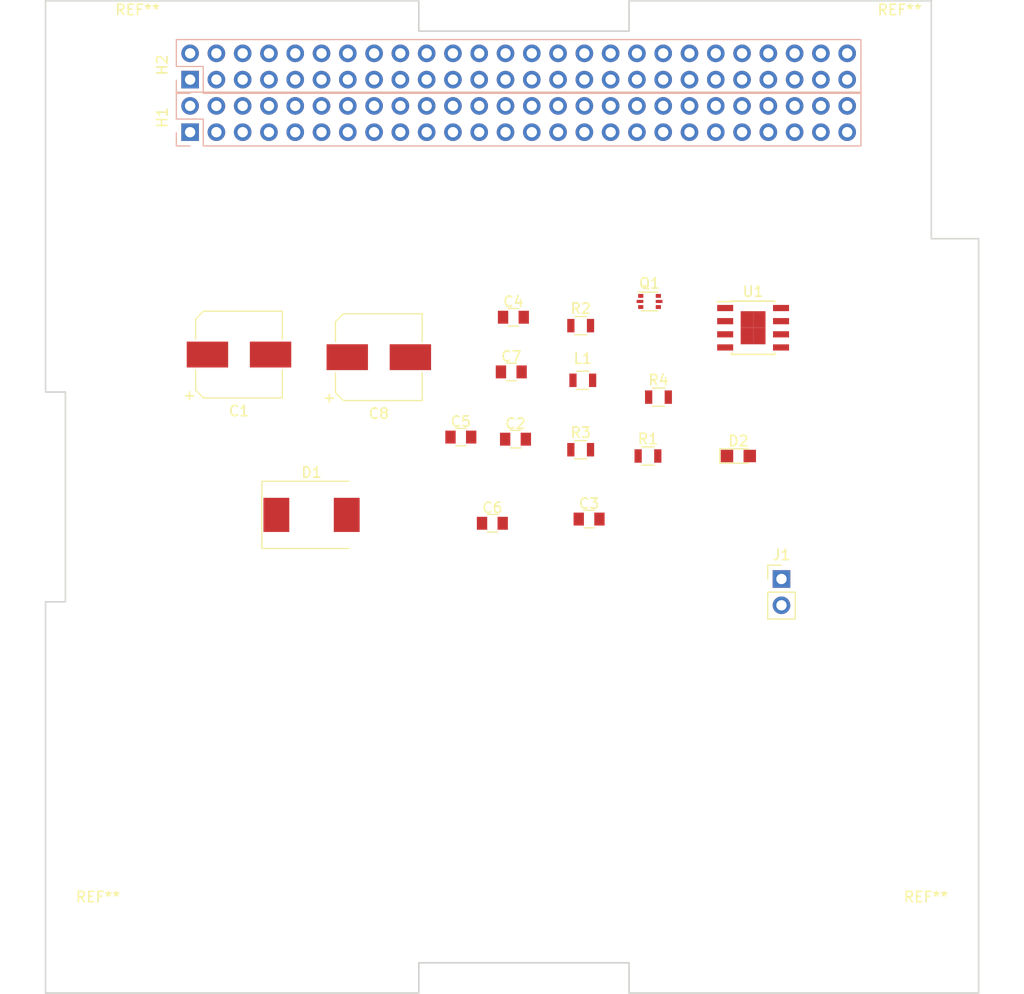
<source format=kicad_pcb>
(kicad_pcb (version 4) (host pcbnew 4.0.5)

  (general
    (links 44)
    (no_connects 44)
    (area 104.064999 47.900266 201.973944 144.225001)
    (thickness 1.6)
    (drawings 18)
    (tracks 0)
    (zones 0)
    (modules 24)
    (nets 104)
  )

  (page A4)
  (layers
    (0 F.Cu signal)
    (31 B.Cu signal)
    (32 B.Adhes user)
    (33 F.Adhes user)
    (34 B.Paste user)
    (35 F.Paste user)
    (36 B.SilkS user)
    (37 F.SilkS user)
    (38 B.Mask user)
    (39 F.Mask user)
    (40 Dwgs.User user)
    (41 Cmts.User user)
    (42 Eco1.User user)
    (43 Eco2.User user)
    (44 Edge.Cuts user)
    (45 Margin user)
    (46 B.CrtYd user)
    (47 F.CrtYd user)
    (48 B.Fab user)
    (49 F.Fab user)
  )

  (setup
    (last_trace_width 0.25)
    (trace_clearance 0.2)
    (zone_clearance 0.508)
    (zone_45_only no)
    (trace_min 0.2)
    (segment_width 0.2)
    (edge_width 0.15)
    (via_size 0.6)
    (via_drill 0.4)
    (via_min_size 0.4)
    (via_min_drill 0.3)
    (uvia_size 0.3)
    (uvia_drill 0.1)
    (uvias_allowed no)
    (uvia_min_size 0.2)
    (uvia_min_drill 0.1)
    (pcb_text_width 0.3)
    (pcb_text_size 1.5 1.5)
    (mod_edge_width 0.15)
    (mod_text_size 1 1)
    (mod_text_width 0.15)
    (pad_size 1.7 1.7)
    (pad_drill 1)
    (pad_to_mask_clearance 0.2)
    (aux_axis_origin 0 0)
    (visible_elements FFFFFF7F)
    (pcbplotparams
      (layerselection 0x00030_80000001)
      (usegerberextensions false)
      (excludeedgelayer true)
      (linewidth 0.100000)
      (plotframeref false)
      (viasonmask false)
      (mode 1)
      (useauxorigin false)
      (hpglpennumber 1)
      (hpglpenspeed 20)
      (hpglpendiameter 15)
      (hpglpenoverlay 2)
      (psnegative false)
      (psa4output false)
      (plotreference true)
      (plotvalue true)
      (plotinvisibletext false)
      (padsonsilk false)
      (subtractmaskfromsilk false)
      (outputformat 1)
      (mirror false)
      (drillshape 1)
      (scaleselection 1)
      (outputdirectory ""))
  )

  (net 0 "")
  (net 1 +5V)
  (net 2 GND)
  (net 3 "Net-(C3-Pad1)")
  (net 4 "Net-(C5-Pad1)")
  (net 5 "Net-(C6-Pad2)")
  (net 6 +8V)
  (net 7 "Net-(D1-Pad2)")
  (net 8 "Net-(D2-Pad2)")
  (net 9 Pri_Deploy)
  (net 10 "Net-(H1-Pad2)")
  (net 11 "Net-(H1-Pad3)")
  (net 12 "Net-(H1-Pad4)")
  (net 13 "Net-(H1-Pad5)")
  (net 14 "Net-(H1-Pad6)")
  (net 15 "Net-(H1-Pad7)")
  (net 16 "Net-(H1-Pad8)")
  (net 17 "Net-(H1-Pad9)")
  (net 18 "Net-(H1-Pad10)")
  (net 19 "Net-(H1-Pad11)")
  (net 20 "Net-(H1-Pad12)")
  (net 21 "Net-(H1-Pad13)")
  (net 22 "Net-(H1-Pad14)")
  (net 23 "Net-(H1-Pad15)")
  (net 24 "Net-(H1-Pad16)")
  (net 25 "Net-(H1-Pad17)")
  (net 26 "Net-(H1-Pad18)")
  (net 27 "Net-(H1-Pad19)")
  (net 28 "Net-(H1-Pad20)")
  (net 29 "Net-(H1-Pad21)")
  (net 30 "Net-(H1-Pad22)")
  (net 31 "Net-(H1-Pad23)")
  (net 32 "Net-(H1-Pad24)")
  (net 33 "Net-(H1-Pad25)")
  (net 34 "Net-(H1-Pad26)")
  (net 35 "Net-(H1-Pad27)")
  (net 36 "Net-(H1-Pad28)")
  (net 37 "Net-(H1-Pad29)")
  (net 38 "Net-(H1-Pad30)")
  (net 39 "Net-(H1-Pad31)")
  (net 40 "Net-(H1-Pad32)")
  (net 41 "Net-(H1-Pad33)")
  (net 42 "Net-(H1-Pad34)")
  (net 43 "Net-(H1-Pad35)")
  (net 44 "Net-(H1-Pad36)")
  (net 45 "Net-(H1-Pad37)")
  (net 46 "Net-(H1-Pad38)")
  (net 47 "Net-(H1-Pad39)")
  (net 48 "Net-(H1-Pad40)")
  (net 49 "Net-(H1-Pad41)")
  (net 50 "Net-(H1-Pad42)")
  (net 51 "Net-(H1-Pad43)")
  (net 52 "Net-(H1-Pad44)")
  (net 53 "Net-(H1-Pad45)")
  (net 54 "Net-(H1-Pad46)")
  (net 55 "Net-(H1-Pad47)")
  (net 56 "Net-(H1-Pad48)")
  (net 57 "Net-(H1-Pad49)")
  (net 58 "Net-(H1-Pad50)")
  (net 59 "Net-(H1-Pad51)")
  (net 60 "Net-(H1-Pad52)")
  (net 61 "Net-(H2-Pad2)")
  (net 62 "Net-(H2-Pad3)")
  (net 63 "Net-(H2-Pad4)")
  (net 64 "Net-(H2-Pad5)")
  (net 65 "Net-(H2-Pad6)")
  (net 66 "Net-(H2-Pad7)")
  (net 67 "Net-(H2-Pad8)")
  (net 68 "Net-(H2-Pad10)")
  (net 69 "Net-(H2-Pad11)")
  (net 70 "Net-(H2-Pad12)")
  (net 71 "Net-(H2-Pad13)")
  (net 72 "Net-(H2-Pad15)")
  (net 73 "Net-(H2-Pad16)")
  (net 74 "Net-(H2-Pad18)")
  (net 75 "Net-(H2-Pad19)")
  (net 76 "Net-(H2-Pad20)")
  (net 77 "Net-(H2-Pad23)")
  (net 78 "Net-(H2-Pad24)")
  (net 79 +3V3)
  (net 80 "Net-(H2-Pad31)")
  (net 81 "Net-(H2-Pad33)")
  (net 82 "Net-(H2-Pad34)")
  (net 83 "Net-(H2-Pad35)")
  (net 84 "Net-(H2-Pad36)")
  (net 85 "Net-(H2-Pad37)")
  (net 86 "Net-(H2-Pad38)")
  (net 87 "Net-(H2-Pad39)")
  (net 88 "Net-(H2-Pad40)")
  (net 89 "Net-(H2-Pad41)")
  (net 90 "Net-(H2-Pad42)")
  (net 91 "Net-(H2-Pad43)")
  (net 92 "Net-(H2-Pad44)")
  (net 93 "Net-(H2-Pad45)")
  (net 94 "Net-(H2-Pad46)")
  (net 95 "Net-(H2-Pad49)")
  (net 96 "Net-(H2-Pad50)")
  (net 97 "Net-(H2-Pad51)")
  (net 98 "Net-(H2-Pad52)")
  (net 99 LineDeploymentDevice)
  (net 100 "Net-(R1-Pad2)")
  (net 101 "Net-(R4-Pad1)")
  (net 102 "Net-(J1-Pad1)")
  (net 103 "Net-(J1-Pad2)")

  (net_class Default "This is the default net class."
    (clearance 0.2)
    (trace_width 0.25)
    (via_dia 0.6)
    (via_drill 0.4)
    (uvia_dia 0.3)
    (uvia_drill 0.1)
    (add_net +3V3)
    (add_net +5V)
    (add_net +8V)
    (add_net GND)
    (add_net LineDeploymentDevice)
    (add_net "Net-(C3-Pad1)")
    (add_net "Net-(C5-Pad1)")
    (add_net "Net-(C6-Pad2)")
    (add_net "Net-(D1-Pad2)")
    (add_net "Net-(D2-Pad2)")
    (add_net "Net-(H1-Pad10)")
    (add_net "Net-(H1-Pad11)")
    (add_net "Net-(H1-Pad12)")
    (add_net "Net-(H1-Pad13)")
    (add_net "Net-(H1-Pad14)")
    (add_net "Net-(H1-Pad15)")
    (add_net "Net-(H1-Pad16)")
    (add_net "Net-(H1-Pad17)")
    (add_net "Net-(H1-Pad18)")
    (add_net "Net-(H1-Pad19)")
    (add_net "Net-(H1-Pad2)")
    (add_net "Net-(H1-Pad20)")
    (add_net "Net-(H1-Pad21)")
    (add_net "Net-(H1-Pad22)")
    (add_net "Net-(H1-Pad23)")
    (add_net "Net-(H1-Pad24)")
    (add_net "Net-(H1-Pad25)")
    (add_net "Net-(H1-Pad26)")
    (add_net "Net-(H1-Pad27)")
    (add_net "Net-(H1-Pad28)")
    (add_net "Net-(H1-Pad29)")
    (add_net "Net-(H1-Pad3)")
    (add_net "Net-(H1-Pad30)")
    (add_net "Net-(H1-Pad31)")
    (add_net "Net-(H1-Pad32)")
    (add_net "Net-(H1-Pad33)")
    (add_net "Net-(H1-Pad34)")
    (add_net "Net-(H1-Pad35)")
    (add_net "Net-(H1-Pad36)")
    (add_net "Net-(H1-Pad37)")
    (add_net "Net-(H1-Pad38)")
    (add_net "Net-(H1-Pad39)")
    (add_net "Net-(H1-Pad4)")
    (add_net "Net-(H1-Pad40)")
    (add_net "Net-(H1-Pad41)")
    (add_net "Net-(H1-Pad42)")
    (add_net "Net-(H1-Pad43)")
    (add_net "Net-(H1-Pad44)")
    (add_net "Net-(H1-Pad45)")
    (add_net "Net-(H1-Pad46)")
    (add_net "Net-(H1-Pad47)")
    (add_net "Net-(H1-Pad48)")
    (add_net "Net-(H1-Pad49)")
    (add_net "Net-(H1-Pad5)")
    (add_net "Net-(H1-Pad50)")
    (add_net "Net-(H1-Pad51)")
    (add_net "Net-(H1-Pad52)")
    (add_net "Net-(H1-Pad6)")
    (add_net "Net-(H1-Pad7)")
    (add_net "Net-(H1-Pad8)")
    (add_net "Net-(H1-Pad9)")
    (add_net "Net-(H2-Pad10)")
    (add_net "Net-(H2-Pad11)")
    (add_net "Net-(H2-Pad12)")
    (add_net "Net-(H2-Pad13)")
    (add_net "Net-(H2-Pad15)")
    (add_net "Net-(H2-Pad16)")
    (add_net "Net-(H2-Pad18)")
    (add_net "Net-(H2-Pad19)")
    (add_net "Net-(H2-Pad2)")
    (add_net "Net-(H2-Pad20)")
    (add_net "Net-(H2-Pad23)")
    (add_net "Net-(H2-Pad24)")
    (add_net "Net-(H2-Pad3)")
    (add_net "Net-(H2-Pad31)")
    (add_net "Net-(H2-Pad33)")
    (add_net "Net-(H2-Pad34)")
    (add_net "Net-(H2-Pad35)")
    (add_net "Net-(H2-Pad36)")
    (add_net "Net-(H2-Pad37)")
    (add_net "Net-(H2-Pad38)")
    (add_net "Net-(H2-Pad39)")
    (add_net "Net-(H2-Pad4)")
    (add_net "Net-(H2-Pad40)")
    (add_net "Net-(H2-Pad41)")
    (add_net "Net-(H2-Pad42)")
    (add_net "Net-(H2-Pad43)")
    (add_net "Net-(H2-Pad44)")
    (add_net "Net-(H2-Pad45)")
    (add_net "Net-(H2-Pad46)")
    (add_net "Net-(H2-Pad49)")
    (add_net "Net-(H2-Pad5)")
    (add_net "Net-(H2-Pad50)")
    (add_net "Net-(H2-Pad51)")
    (add_net "Net-(H2-Pad52)")
    (add_net "Net-(H2-Pad6)")
    (add_net "Net-(H2-Pad7)")
    (add_net "Net-(H2-Pad8)")
    (add_net "Net-(J1-Pad1)")
    (add_net "Net-(J1-Pad2)")
    (add_net "Net-(R1-Pad2)")
    (add_net "Net-(R4-Pad1)")
    (add_net Pri_Deploy)
  )

  (module Capacitors_SMD:CP_Elec_8x10.5 (layer F.Cu) (tedit 58AA8BC3) (tstamp 5B366FA3)
    (at 122.8344 82.4484)
    (descr "SMT capacitor, aluminium electrolytic, 8x10.5")
    (path /5B2D4808)
    (attr smd)
    (fp_text reference C1 (at 0 5.45) (layer F.SilkS)
      (effects (font (size 1 1) (thickness 0.15)))
    )
    (fp_text value 470uF (at 0 -5.45) (layer F.Fab)
      (effects (font (size 1 1) (thickness 0.15)))
    )
    (fp_circle (center 0 0) (end 1.3 3.7) (layer F.Fab) (width 0.1))
    (fp_text user + (at -2.27 -0.08) (layer F.Fab)
      (effects (font (size 1 1) (thickness 0.15)))
    )
    (fp_text user + (at -4.78 3.91) (layer F.SilkS)
      (effects (font (size 1 1) (thickness 0.15)))
    )
    (fp_text user %R (at 0 5.45) (layer F.Fab)
      (effects (font (size 1 1) (thickness 0.15)))
    )
    (fp_line (start 4.04 4.04) (end 4.04 -4.04) (layer F.Fab) (width 0.1))
    (fp_line (start -3.37 4.04) (end 4.04 4.04) (layer F.Fab) (width 0.1))
    (fp_line (start -4.04 3.37) (end -3.37 4.04) (layer F.Fab) (width 0.1))
    (fp_line (start -4.04 -3.37) (end -4.04 3.37) (layer F.Fab) (width 0.1))
    (fp_line (start -3.37 -4.04) (end -4.04 -3.37) (layer F.Fab) (width 0.1))
    (fp_line (start 4.04 -4.04) (end -3.37 -4.04) (layer F.Fab) (width 0.1))
    (fp_line (start -4.19 3.43) (end -4.19 1.51) (layer F.SilkS) (width 0.12))
    (fp_line (start -4.19 -3.43) (end -4.19 -1.51) (layer F.SilkS) (width 0.12))
    (fp_line (start 4.19 4.19) (end 4.19 1.51) (layer F.SilkS) (width 0.12))
    (fp_line (start 4.19 -4.19) (end 4.19 -1.51) (layer F.SilkS) (width 0.12))
    (fp_line (start 4.19 4.19) (end -3.43 4.19) (layer F.SilkS) (width 0.12))
    (fp_line (start -3.43 4.19) (end -4.19 3.43) (layer F.SilkS) (width 0.12))
    (fp_line (start -4.19 -3.43) (end -3.43 -4.19) (layer F.SilkS) (width 0.12))
    (fp_line (start -3.43 -4.19) (end 4.19 -4.19) (layer F.SilkS) (width 0.12))
    (fp_line (start -5.3 -4.29) (end 5.3 -4.29) (layer F.CrtYd) (width 0.05))
    (fp_line (start -5.3 -4.29) (end -5.3 4.29) (layer F.CrtYd) (width 0.05))
    (fp_line (start 5.3 4.29) (end 5.3 -4.29) (layer F.CrtYd) (width 0.05))
    (fp_line (start 5.3 4.29) (end -5.3 4.29) (layer F.CrtYd) (width 0.05))
    (pad 1 smd rect (at -3.05 0 180) (size 4 2.5) (layers F.Cu F.Paste F.Mask)
      (net 1 +5V))
    (pad 2 smd rect (at 3.05 0 180) (size 4 2.5) (layers F.Cu F.Paste F.Mask)
      (net 2 GND))
    (model Capacitors_SMD.3dshapes/CP_Elec_8x10.5.wrl
      (at (xyz 0 0 0))
      (scale (xyz 1 1 1))
      (rotate (xyz 0 0 180))
    )
  )

  (module Capacitors_SMD:C_0805 (layer F.Cu) (tedit 58AA8463) (tstamp 5B366FA9)
    (at 149.5552 90.6272)
    (descr "Capacitor SMD 0805, reflow soldering, AVX (see smccp.pdf)")
    (tags "capacitor 0805")
    (path /5B2D47AB)
    (attr smd)
    (fp_text reference C2 (at 0 -1.5) (layer F.SilkS)
      (effects (font (size 1 1) (thickness 0.15)))
    )
    (fp_text value 10uF (at 0 1.75) (layer F.Fab)
      (effects (font (size 1 1) (thickness 0.15)))
    )
    (fp_text user %R (at 0 -1.5) (layer F.Fab)
      (effects (font (size 1 1) (thickness 0.15)))
    )
    (fp_line (start -1 0.62) (end -1 -0.62) (layer F.Fab) (width 0.1))
    (fp_line (start 1 0.62) (end -1 0.62) (layer F.Fab) (width 0.1))
    (fp_line (start 1 -0.62) (end 1 0.62) (layer F.Fab) (width 0.1))
    (fp_line (start -1 -0.62) (end 1 -0.62) (layer F.Fab) (width 0.1))
    (fp_line (start 0.5 -0.85) (end -0.5 -0.85) (layer F.SilkS) (width 0.12))
    (fp_line (start -0.5 0.85) (end 0.5 0.85) (layer F.SilkS) (width 0.12))
    (fp_line (start -1.75 -0.88) (end 1.75 -0.88) (layer F.CrtYd) (width 0.05))
    (fp_line (start -1.75 -0.88) (end -1.75 0.87) (layer F.CrtYd) (width 0.05))
    (fp_line (start 1.75 0.87) (end 1.75 -0.88) (layer F.CrtYd) (width 0.05))
    (fp_line (start 1.75 0.87) (end -1.75 0.87) (layer F.CrtYd) (width 0.05))
    (pad 1 smd rect (at -1 0) (size 1 1.25) (layers F.Cu F.Paste F.Mask)
      (net 1 +5V))
    (pad 2 smd rect (at 1 0) (size 1 1.25) (layers F.Cu F.Paste F.Mask)
      (net 2 GND))
    (model Capacitors_SMD.3dshapes/C_0805.wrl
      (at (xyz 0 0 0))
      (scale (xyz 1 1 1))
      (rotate (xyz 0 0 0))
    )
  )

  (module Capacitors_SMD:C_0805 (layer F.Cu) (tedit 58AA8463) (tstamp 5B366FAF)
    (at 156.6672 98.3488)
    (descr "Capacitor SMD 0805, reflow soldering, AVX (see smccp.pdf)")
    (tags "capacitor 0805")
    (path /5B2D45D4)
    (attr smd)
    (fp_text reference C3 (at 0 -1.5) (layer F.SilkS)
      (effects (font (size 1 1) (thickness 0.15)))
    )
    (fp_text value 2.2nF (at 0 1.75) (layer F.Fab)
      (effects (font (size 1 1) (thickness 0.15)))
    )
    (fp_text user %R (at 0 -1.5) (layer F.Fab)
      (effects (font (size 1 1) (thickness 0.15)))
    )
    (fp_line (start -1 0.62) (end -1 -0.62) (layer F.Fab) (width 0.1))
    (fp_line (start 1 0.62) (end -1 0.62) (layer F.Fab) (width 0.1))
    (fp_line (start 1 -0.62) (end 1 0.62) (layer F.Fab) (width 0.1))
    (fp_line (start -1 -0.62) (end 1 -0.62) (layer F.Fab) (width 0.1))
    (fp_line (start 0.5 -0.85) (end -0.5 -0.85) (layer F.SilkS) (width 0.12))
    (fp_line (start -0.5 0.85) (end 0.5 0.85) (layer F.SilkS) (width 0.12))
    (fp_line (start -1.75 -0.88) (end 1.75 -0.88) (layer F.CrtYd) (width 0.05))
    (fp_line (start -1.75 -0.88) (end -1.75 0.87) (layer F.CrtYd) (width 0.05))
    (fp_line (start 1.75 0.87) (end 1.75 -0.88) (layer F.CrtYd) (width 0.05))
    (fp_line (start 1.75 0.87) (end -1.75 0.87) (layer F.CrtYd) (width 0.05))
    (pad 1 smd rect (at -1 0) (size 1 1.25) (layers F.Cu F.Paste F.Mask)
      (net 3 "Net-(C3-Pad1)"))
    (pad 2 smd rect (at 1 0) (size 1 1.25) (layers F.Cu F.Paste F.Mask)
      (net 2 GND))
    (model Capacitors_SMD.3dshapes/C_0805.wrl
      (at (xyz 0 0 0))
      (scale (xyz 1 1 1))
      (rotate (xyz 0 0 0))
    )
  )

  (module Capacitors_SMD:C_0805 (layer F.Cu) (tedit 58AA8463) (tstamp 5B366FB5)
    (at 149.352 78.8416)
    (descr "Capacitor SMD 0805, reflow soldering, AVX (see smccp.pdf)")
    (tags "capacitor 0805")
    (path /5B2D447E)
    (attr smd)
    (fp_text reference C4 (at 0 -1.5) (layer F.SilkS)
      (effects (font (size 1 1) (thickness 0.15)))
    )
    (fp_text value 1uF (at 0 1.75) (layer F.Fab)
      (effects (font (size 1 1) (thickness 0.15)))
    )
    (fp_text user %R (at 0 -1.5) (layer F.Fab)
      (effects (font (size 1 1) (thickness 0.15)))
    )
    (fp_line (start -1 0.62) (end -1 -0.62) (layer F.Fab) (width 0.1))
    (fp_line (start 1 0.62) (end -1 0.62) (layer F.Fab) (width 0.1))
    (fp_line (start 1 -0.62) (end 1 0.62) (layer F.Fab) (width 0.1))
    (fp_line (start -1 -0.62) (end 1 -0.62) (layer F.Fab) (width 0.1))
    (fp_line (start 0.5 -0.85) (end -0.5 -0.85) (layer F.SilkS) (width 0.12))
    (fp_line (start -0.5 0.85) (end 0.5 0.85) (layer F.SilkS) (width 0.12))
    (fp_line (start -1.75 -0.88) (end 1.75 -0.88) (layer F.CrtYd) (width 0.05))
    (fp_line (start -1.75 -0.88) (end -1.75 0.87) (layer F.CrtYd) (width 0.05))
    (fp_line (start 1.75 0.87) (end 1.75 -0.88) (layer F.CrtYd) (width 0.05))
    (fp_line (start 1.75 0.87) (end -1.75 0.87) (layer F.CrtYd) (width 0.05))
    (pad 1 smd rect (at -1 0) (size 1 1.25) (layers F.Cu F.Paste F.Mask)
      (net 2 GND))
    (pad 2 smd rect (at 1 0) (size 1 1.25) (layers F.Cu F.Paste F.Mask)
      (net 1 +5V))
    (model Capacitors_SMD.3dshapes/C_0805.wrl
      (at (xyz 0 0 0))
      (scale (xyz 1 1 1))
      (rotate (xyz 0 0 0))
    )
  )

  (module Capacitors_SMD:C_0805 (layer F.Cu) (tedit 58AA8463) (tstamp 5B366FBB)
    (at 144.272 90.424)
    (descr "Capacitor SMD 0805, reflow soldering, AVX (see smccp.pdf)")
    (tags "capacitor 0805")
    (path /5B2D44E2)
    (attr smd)
    (fp_text reference C5 (at 0 -1.5) (layer F.SilkS)
      (effects (font (size 1 1) (thickness 0.15)))
    )
    (fp_text value 47pF (at 0 1.75) (layer F.Fab)
      (effects (font (size 1 1) (thickness 0.15)))
    )
    (fp_text user %R (at 0 -1.5) (layer F.Fab)
      (effects (font (size 1 1) (thickness 0.15)))
    )
    (fp_line (start -1 0.62) (end -1 -0.62) (layer F.Fab) (width 0.1))
    (fp_line (start 1 0.62) (end -1 0.62) (layer F.Fab) (width 0.1))
    (fp_line (start 1 -0.62) (end 1 0.62) (layer F.Fab) (width 0.1))
    (fp_line (start -1 -0.62) (end 1 -0.62) (layer F.Fab) (width 0.1))
    (fp_line (start 0.5 -0.85) (end -0.5 -0.85) (layer F.SilkS) (width 0.12))
    (fp_line (start -0.5 0.85) (end 0.5 0.85) (layer F.SilkS) (width 0.12))
    (fp_line (start -1.75 -0.88) (end 1.75 -0.88) (layer F.CrtYd) (width 0.05))
    (fp_line (start -1.75 -0.88) (end -1.75 0.87) (layer F.CrtYd) (width 0.05))
    (fp_line (start 1.75 0.87) (end 1.75 -0.88) (layer F.CrtYd) (width 0.05))
    (fp_line (start 1.75 0.87) (end -1.75 0.87) (layer F.CrtYd) (width 0.05))
    (pad 1 smd rect (at -1 0) (size 1 1.25) (layers F.Cu F.Paste F.Mask)
      (net 4 "Net-(C5-Pad1)"))
    (pad 2 smd rect (at 1 0) (size 1 1.25) (layers F.Cu F.Paste F.Mask)
      (net 2 GND))
    (model Capacitors_SMD.3dshapes/C_0805.wrl
      (at (xyz 0 0 0))
      (scale (xyz 1 1 1))
      (rotate (xyz 0 0 0))
    )
  )

  (module Capacitors_SMD:C_0805 (layer F.Cu) (tedit 58AA8463) (tstamp 5B366FC1)
    (at 147.32 98.7552)
    (descr "Capacitor SMD 0805, reflow soldering, AVX (see smccp.pdf)")
    (tags "capacitor 0805")
    (path /5B2D4650)
    (attr smd)
    (fp_text reference C6 (at 0 -1.5) (layer F.SilkS)
      (effects (font (size 1 1) (thickness 0.15)))
    )
    (fp_text value 10nF (at 0 1.75) (layer F.Fab)
      (effects (font (size 1 1) (thickness 0.15)))
    )
    (fp_text user %R (at 0 -1.5) (layer F.Fab)
      (effects (font (size 1 1) (thickness 0.15)))
    )
    (fp_line (start -1 0.62) (end -1 -0.62) (layer F.Fab) (width 0.1))
    (fp_line (start 1 0.62) (end -1 0.62) (layer F.Fab) (width 0.1))
    (fp_line (start 1 -0.62) (end 1 0.62) (layer F.Fab) (width 0.1))
    (fp_line (start -1 -0.62) (end 1 -0.62) (layer F.Fab) (width 0.1))
    (fp_line (start 0.5 -0.85) (end -0.5 -0.85) (layer F.SilkS) (width 0.12))
    (fp_line (start -0.5 0.85) (end 0.5 0.85) (layer F.SilkS) (width 0.12))
    (fp_line (start -1.75 -0.88) (end 1.75 -0.88) (layer F.CrtYd) (width 0.05))
    (fp_line (start -1.75 -0.88) (end -1.75 0.87) (layer F.CrtYd) (width 0.05))
    (fp_line (start 1.75 0.87) (end 1.75 -0.88) (layer F.CrtYd) (width 0.05))
    (fp_line (start 1.75 0.87) (end -1.75 0.87) (layer F.CrtYd) (width 0.05))
    (pad 1 smd rect (at -1 0) (size 1 1.25) (layers F.Cu F.Paste F.Mask)
      (net 2 GND))
    (pad 2 smd rect (at 1 0) (size 1 1.25) (layers F.Cu F.Paste F.Mask)
      (net 5 "Net-(C6-Pad2)"))
    (model Capacitors_SMD.3dshapes/C_0805.wrl
      (at (xyz 0 0 0))
      (scale (xyz 1 1 1))
      (rotate (xyz 0 0 0))
    )
  )

  (module Capacitors_SMD:C_0805 (layer F.Cu) (tedit 58AA8463) (tstamp 5B366FC7)
    (at 149.1488 84.1248)
    (descr "Capacitor SMD 0805, reflow soldering, AVX (see smccp.pdf)")
    (tags "capacitor 0805")
    (path /5B2D4869)
    (attr smd)
    (fp_text reference C7 (at 0 -1.5) (layer F.SilkS)
      (effects (font (size 1 1) (thickness 0.15)))
    )
    (fp_text value 10uF (at 0 1.75) (layer F.Fab)
      (effects (font (size 1 1) (thickness 0.15)))
    )
    (fp_text user %R (at 0 -1.5) (layer F.Fab)
      (effects (font (size 1 1) (thickness 0.15)))
    )
    (fp_line (start -1 0.62) (end -1 -0.62) (layer F.Fab) (width 0.1))
    (fp_line (start 1 0.62) (end -1 0.62) (layer F.Fab) (width 0.1))
    (fp_line (start 1 -0.62) (end 1 0.62) (layer F.Fab) (width 0.1))
    (fp_line (start -1 -0.62) (end 1 -0.62) (layer F.Fab) (width 0.1))
    (fp_line (start 0.5 -0.85) (end -0.5 -0.85) (layer F.SilkS) (width 0.12))
    (fp_line (start -0.5 0.85) (end 0.5 0.85) (layer F.SilkS) (width 0.12))
    (fp_line (start -1.75 -0.88) (end 1.75 -0.88) (layer F.CrtYd) (width 0.05))
    (fp_line (start -1.75 -0.88) (end -1.75 0.87) (layer F.CrtYd) (width 0.05))
    (fp_line (start 1.75 0.87) (end 1.75 -0.88) (layer F.CrtYd) (width 0.05))
    (fp_line (start 1.75 0.87) (end -1.75 0.87) (layer F.CrtYd) (width 0.05))
    (pad 1 smd rect (at -1 0) (size 1 1.25) (layers F.Cu F.Paste F.Mask)
      (net 6 +8V))
    (pad 2 smd rect (at 1 0) (size 1 1.25) (layers F.Cu F.Paste F.Mask)
      (net 2 GND))
    (model Capacitors_SMD.3dshapes/C_0805.wrl
      (at (xyz 0 0 0))
      (scale (xyz 1 1 1))
      (rotate (xyz 0 0 0))
    )
  )

  (module Capacitors_SMD:CP_Elec_8x10 (layer F.Cu) (tedit 58AA9153) (tstamp 5B366FCD)
    (at 136.3472 82.7024)
    (descr "SMT capacitor, aluminium electrolytic, 8x10")
    (path /5B2D48D0)
    (attr smd)
    (fp_text reference C8 (at 0 5.45) (layer F.SilkS)
      (effects (font (size 1 1) (thickness 0.15)))
    )
    (fp_text value 470uF (at 0 -5.45) (layer F.Fab)
      (effects (font (size 1 1) (thickness 0.15)))
    )
    (fp_circle (center 0 0) (end -0.6 3.9) (layer F.Fab) (width 0.1))
    (fp_text user + (at -2.31 -0.08) (layer F.Fab)
      (effects (font (size 1 1) (thickness 0.15)))
    )
    (fp_text user + (at -4.78 3.9) (layer F.SilkS)
      (effects (font (size 1 1) (thickness 0.15)))
    )
    (fp_text user %R (at 0 5.45) (layer F.Fab)
      (effects (font (size 1 1) (thickness 0.15)))
    )
    (fp_line (start 4.04 4.04) (end 4.04 -4.04) (layer F.Fab) (width 0.1))
    (fp_line (start -3.37 4.04) (end 4.04 4.04) (layer F.Fab) (width 0.1))
    (fp_line (start -4.04 3.37) (end -3.37 4.04) (layer F.Fab) (width 0.1))
    (fp_line (start -4.04 -3.37) (end -4.04 3.37) (layer F.Fab) (width 0.1))
    (fp_line (start -3.37 -4.04) (end -4.04 -3.37) (layer F.Fab) (width 0.1))
    (fp_line (start 4.04 -4.04) (end -3.37 -4.04) (layer F.Fab) (width 0.1))
    (fp_line (start 4.19 4.19) (end 4.19 1.51) (layer F.SilkS) (width 0.12))
    (fp_line (start 4.19 -4.19) (end 4.19 -1.51) (layer F.SilkS) (width 0.12))
    (fp_line (start -4.19 -3.43) (end -4.19 -1.51) (layer F.SilkS) (width 0.12))
    (fp_line (start -4.19 3.43) (end -4.19 1.51) (layer F.SilkS) (width 0.12))
    (fp_line (start 4.19 4.19) (end -3.43 4.19) (layer F.SilkS) (width 0.12))
    (fp_line (start -3.43 4.19) (end -4.19 3.43) (layer F.SilkS) (width 0.12))
    (fp_line (start -4.19 -3.43) (end -3.43 -4.19) (layer F.SilkS) (width 0.12))
    (fp_line (start -3.43 -4.19) (end 4.19 -4.19) (layer F.SilkS) (width 0.12))
    (fp_line (start -5.3 -4.29) (end 5.3 -4.29) (layer F.CrtYd) (width 0.05))
    (fp_line (start -5.3 -4.29) (end -5.3 4.29) (layer F.CrtYd) (width 0.05))
    (fp_line (start 5.3 4.29) (end 5.3 -4.29) (layer F.CrtYd) (width 0.05))
    (fp_line (start 5.3 4.29) (end -5.3 4.29) (layer F.CrtYd) (width 0.05))
    (pad 1 smd rect (at -3.05 0 180) (size 4 2.5) (layers F.Cu F.Paste F.Mask)
      (net 6 +8V))
    (pad 2 smd rect (at 3.05 0 180) (size 4 2.5) (layers F.Cu F.Paste F.Mask)
      (net 2 GND))
    (model Capacitors_SMD.3dshapes/CP_Elec_8x10.wrl
      (at (xyz 0 0 0))
      (scale (xyz 1 1 1))
      (rotate (xyz 0 0 180))
    )
  )

  (module Diodes_SMD:D_SMC (layer F.Cu) (tedit 5864295D) (tstamp 5B366FD3)
    (at 129.8448 97.9424)
    (descr "Diode SMC (DO-214AB)")
    (tags "Diode SMC (DO-214AB)")
    (path /5B2D438F)
    (attr smd)
    (fp_text reference D1 (at 0 -4.1) (layer F.SilkS)
      (effects (font (size 1 1) (thickness 0.15)))
    )
    (fp_text value SS34 (at 0 4.2) (layer F.Fab)
      (effects (font (size 1 1) (thickness 0.15)))
    )
    (fp_text user %R (at 0 -1.9) (layer F.Fab)
      (effects (font (size 1 1) (thickness 0.15)))
    )
    (fp_line (start -4.8 3.25) (end -4.8 -3.25) (layer F.SilkS) (width 0.12))
    (fp_line (start 3.55 3.1) (end -3.55 3.1) (layer F.Fab) (width 0.1))
    (fp_line (start -3.55 3.1) (end -3.55 -3.1) (layer F.Fab) (width 0.1))
    (fp_line (start 3.55 -3.1) (end 3.55 3.1) (layer F.Fab) (width 0.1))
    (fp_line (start 3.55 -3.1) (end -3.55 -3.1) (layer F.Fab) (width 0.1))
    (fp_line (start -4.9 -3.35) (end 4.9 -3.35) (layer F.CrtYd) (width 0.05))
    (fp_line (start 4.9 -3.35) (end 4.9 3.35) (layer F.CrtYd) (width 0.05))
    (fp_line (start 4.9 3.35) (end -4.9 3.35) (layer F.CrtYd) (width 0.05))
    (fp_line (start -4.9 3.35) (end -4.9 -3.35) (layer F.CrtYd) (width 0.05))
    (fp_line (start -0.64944 0.00102) (end -1.55114 0.00102) (layer F.Fab) (width 0.1))
    (fp_line (start 0.50118 0.00102) (end 1.4994 0.00102) (layer F.Fab) (width 0.1))
    (fp_line (start -0.64944 -0.79908) (end -0.64944 0.80112) (layer F.Fab) (width 0.1))
    (fp_line (start 0.50118 0.75032) (end 0.50118 -0.79908) (layer F.Fab) (width 0.1))
    (fp_line (start -0.64944 0.00102) (end 0.50118 0.75032) (layer F.Fab) (width 0.1))
    (fp_line (start -0.64944 0.00102) (end 0.50118 -0.79908) (layer F.Fab) (width 0.1))
    (fp_line (start -4.8 3.25) (end 3.6 3.25) (layer F.SilkS) (width 0.12))
    (fp_line (start -4.8 -3.25) (end 3.6 -3.25) (layer F.SilkS) (width 0.12))
    (pad 1 smd rect (at -3.4 0 90) (size 3.3 2.5) (layers F.Cu F.Paste F.Mask)
      (net 6 +8V))
    (pad 2 smd rect (at 3.4 0 90) (size 3.3 2.5) (layers F.Cu F.Paste F.Mask)
      (net 7 "Net-(D1-Pad2)"))
    (model ${KISYS3DMOD}/Diodes_SMD.3dshapes/D_SMC.wrl
      (at (xyz 0 0 0))
      (scale (xyz 1 1 1))
      (rotate (xyz 0 0 0))
    )
  )

  (module LEDs:LED_0805 (layer F.Cu) (tedit 59959803) (tstamp 5B366FD9)
    (at 171.0944 92.2528)
    (descr "LED 0805 smd package")
    (tags "LED led 0805 SMD smd SMT smt smdled SMDLED smtled SMTLED")
    (path /5B3657B9)
    (attr smd)
    (fp_text reference D2 (at 0 -1.45) (layer F.SilkS)
      (effects (font (size 1 1) (thickness 0.15)))
    )
    (fp_text value LED (at 0 1.55) (layer F.Fab)
      (effects (font (size 1 1) (thickness 0.15)))
    )
    (fp_line (start -1.8 -0.7) (end -1.8 0.7) (layer F.SilkS) (width 0.12))
    (fp_line (start -0.4 -0.4) (end -0.4 0.4) (layer F.Fab) (width 0.1))
    (fp_line (start -0.4 0) (end 0.2 -0.4) (layer F.Fab) (width 0.1))
    (fp_line (start 0.2 0.4) (end -0.4 0) (layer F.Fab) (width 0.1))
    (fp_line (start 0.2 -0.4) (end 0.2 0.4) (layer F.Fab) (width 0.1))
    (fp_line (start 1 0.6) (end -1 0.6) (layer F.Fab) (width 0.1))
    (fp_line (start 1 -0.6) (end 1 0.6) (layer F.Fab) (width 0.1))
    (fp_line (start -1 -0.6) (end 1 -0.6) (layer F.Fab) (width 0.1))
    (fp_line (start -1 0.6) (end -1 -0.6) (layer F.Fab) (width 0.1))
    (fp_line (start -1.8 0.7) (end 1 0.7) (layer F.SilkS) (width 0.12))
    (fp_line (start -1.8 -0.7) (end 1 -0.7) (layer F.SilkS) (width 0.12))
    (fp_line (start 1.95 -0.85) (end 1.95 0.85) (layer F.CrtYd) (width 0.05))
    (fp_line (start 1.95 0.85) (end -1.95 0.85) (layer F.CrtYd) (width 0.05))
    (fp_line (start -1.95 0.85) (end -1.95 -0.85) (layer F.CrtYd) (width 0.05))
    (fp_line (start -1.95 -0.85) (end 1.95 -0.85) (layer F.CrtYd) (width 0.05))
    (fp_text user %R (at 0 -1.25) (layer F.Fab)
      (effects (font (size 0.4 0.4) (thickness 0.1)))
    )
    (pad 2 smd rect (at 1.1 0 180) (size 1.2 1.2) (layers F.Cu F.Paste F.Mask)
      (net 8 "Net-(D2-Pad2)"))
    (pad 1 smd rect (at -1.1 0 180) (size 1.2 1.2) (layers F.Cu F.Paste F.Mask)
      (net 2 GND))
    (model ${KISYS3DMOD}/LEDs.3dshapes/LED_0805.wrl
      (at (xyz 0 0 0))
      (scale (xyz 1 1 1))
      (rotate (xyz 0 0 180))
    )
  )

  (module motherboard:CSK_Header (layer F.Cu) (tedit 5B36875C) (tstamp 5B367011)
    (at 117.747319 58.276825 90)
    (descr "Through hole straight socket strip, 2x26, 2.54mm pitch, double rows")
    (tags "Through hole socket strip THT 2x26 2.54mm double row")
    (path /5B3547F5)
    (fp_text reference H1 (at -1.27 -2.33 90) (layer F.SilkS)
      (effects (font (size 1 1) (thickness 0.15)))
    )
    (fp_text value CONN_02X26 (at -1.27 65.83 90) (layer F.Fab)
      (effects (font (size 1 1) (thickness 0.15)))
    )
    (fp_line (start 1.126825 -0.907319) (end 1.126825 65.132681) (layer B.Fab) (width 0.1))
    (fp_line (start 1.126825 65.132681) (end -3.953175 65.132681) (layer B.Fab) (width 0.1))
    (fp_line (start -3.953175 65.132681) (end -3.953175 -0.907319) (layer B.Fab) (width 0.1))
    (fp_line (start -3.953175 -0.907319) (end 1.126825 -0.907319) (layer B.Fab) (width 0.1))
    (fp_line (start -4.013175 1.632681) (end -4.013175 65.192681) (layer B.SilkS) (width 0.12))
    (fp_line (start -4.013175 65.192681) (end 1.186825 65.192681) (layer B.SilkS) (width 0.12))
    (fp_line (start 1.186825 65.192681) (end 1.186825 -0.967319) (layer B.SilkS) (width 0.12))
    (fp_line (start 1.186825 -0.967319) (end -1.413175 -0.967319) (layer B.SilkS) (width 0.12))
    (fp_line (start -1.413175 -0.967319) (end -1.413175 1.632681) (layer B.SilkS) (width 0.12))
    (fp_line (start -1.413175 1.632681) (end -4.013175 1.632681) (layer B.SilkS) (width 0.12))
    (fp_line (start -4.013175 0.362681) (end -4.013175 -0.967319) (layer B.SilkS) (width 0.12))
    (fp_line (start -4.013175 -0.967319) (end -2.743175 -0.967319) (layer B.SilkS) (width 0.12))
    (fp_line (start 1.666825 -1.437319) (end 1.666825 65.662681) (layer B.CrtYd) (width 0.05))
    (fp_line (start 1.666825 65.662681) (end -4.483175 65.662681) (layer B.CrtYd) (width 0.05))
    (fp_line (start -4.483175 65.662681) (end -4.483175 -1.437319) (layer B.CrtYd) (width 0.05))
    (fp_line (start -4.483175 -1.437319) (end 1.666825 -1.437319) (layer B.CrtYd) (width 0.05))
    (fp_text user %R (at -1.27 -2.33 90) (layer F.Fab)
      (effects (font (size 1 1) (thickness 0.15)))
    )
    (pad 1 thru_hole rect (at -2.683175 0.362681 270) (size 1.7 1.7) (drill 1) (layers *.Cu *.Mask)
      (net 9 Pri_Deploy))
    (pad 2 thru_hole oval (at -0.143175 0.362681 270) (size 1.7 1.7) (drill 1) (layers *.Cu *.Mask)
      (net 10 "Net-(H1-Pad2)"))
    (pad 3 thru_hole oval (at -2.683175 2.902681 270) (size 1.7 1.7) (drill 1) (layers *.Cu *.Mask)
      (net 11 "Net-(H1-Pad3)"))
    (pad 4 thru_hole oval (at -0.143175 2.902681 270) (size 1.7 1.7) (drill 1) (layers *.Cu *.Mask)
      (net 12 "Net-(H1-Pad4)"))
    (pad 5 thru_hole oval (at -2.683175 5.442681 270) (size 1.7 1.7) (drill 1) (layers *.Cu *.Mask)
      (net 13 "Net-(H1-Pad5)"))
    (pad 6 thru_hole oval (at -0.143175 5.442681 270) (size 1.7 1.7) (drill 1) (layers *.Cu *.Mask)
      (net 14 "Net-(H1-Pad6)"))
    (pad 7 thru_hole oval (at -2.683175 7.982681 270) (size 1.7 1.7) (drill 1) (layers *.Cu *.Mask)
      (net 15 "Net-(H1-Pad7)"))
    (pad 8 thru_hole oval (at -0.143175 7.982681 270) (size 1.7 1.7) (drill 1) (layers *.Cu *.Mask)
      (net 16 "Net-(H1-Pad8)"))
    (pad 9 thru_hole oval (at -2.683175 10.522681 270) (size 1.7 1.7) (drill 1) (layers *.Cu *.Mask)
      (net 17 "Net-(H1-Pad9)"))
    (pad 10 thru_hole oval (at -0.143175 10.522681 270) (size 1.7 1.7) (drill 1) (layers *.Cu *.Mask)
      (net 18 "Net-(H1-Pad10)"))
    (pad 11 thru_hole oval (at -2.683175 13.062681 270) (size 1.7 1.7) (drill 1) (layers *.Cu *.Mask)
      (net 19 "Net-(H1-Pad11)"))
    (pad 12 thru_hole oval (at -0.143175 13.062681 270) (size 1.7 1.7) (drill 1) (layers *.Cu *.Mask)
      (net 20 "Net-(H1-Pad12)"))
    (pad 13 thru_hole oval (at -2.683175 15.602681 270) (size 1.7 1.7) (drill 1) (layers *.Cu *.Mask)
      (net 21 "Net-(H1-Pad13)"))
    (pad 14 thru_hole oval (at -0.143175 15.602681 270) (size 1.7 1.7) (drill 1) (layers *.Cu *.Mask)
      (net 22 "Net-(H1-Pad14)"))
    (pad 15 thru_hole oval (at -2.683175 18.142681 270) (size 1.7 1.7) (drill 1) (layers *.Cu *.Mask)
      (net 23 "Net-(H1-Pad15)"))
    (pad 16 thru_hole oval (at -0.143175 18.142681 270) (size 1.7 1.7) (drill 1) (layers *.Cu *.Mask)
      (net 24 "Net-(H1-Pad16)"))
    (pad 17 thru_hole oval (at -2.683175 20.682681 270) (size 1.7 1.7) (drill 1) (layers *.Cu *.Mask)
      (net 25 "Net-(H1-Pad17)"))
    (pad 18 thru_hole oval (at -0.143175 20.682681 270) (size 1.7 1.7) (drill 1) (layers *.Cu *.Mask)
      (net 26 "Net-(H1-Pad18)"))
    (pad 19 thru_hole oval (at -2.683175 23.222681 270) (size 1.7 1.7) (drill 1) (layers *.Cu *.Mask)
      (net 27 "Net-(H1-Pad19)"))
    (pad 20 thru_hole oval (at -0.143175 23.222681 270) (size 1.7 1.7) (drill 1) (layers *.Cu *.Mask)
      (net 28 "Net-(H1-Pad20)"))
    (pad 21 thru_hole oval (at -2.683175 25.762681 270) (size 1.7 1.7) (drill 1) (layers *.Cu *.Mask)
      (net 29 "Net-(H1-Pad21)"))
    (pad 22 thru_hole oval (at -0.143175 25.762681 270) (size 1.7 1.7) (drill 1) (layers *.Cu *.Mask)
      (net 30 "Net-(H1-Pad22)"))
    (pad 23 thru_hole oval (at -2.683175 28.302681 270) (size 1.7 1.7) (drill 1) (layers *.Cu *.Mask)
      (net 31 "Net-(H1-Pad23)"))
    (pad 24 thru_hole oval (at -0.143175 28.302681 270) (size 1.7 1.7) (drill 1) (layers *.Cu *.Mask)
      (net 32 "Net-(H1-Pad24)"))
    (pad 25 thru_hole oval (at -2.683175 30.842681 270) (size 1.7 1.7) (drill 1) (layers *.Cu *.Mask)
      (net 33 "Net-(H1-Pad25)"))
    (pad 26 thru_hole oval (at -0.143175 30.842681 270) (size 1.7 1.7) (drill 1) (layers *.Cu *.Mask)
      (net 34 "Net-(H1-Pad26)"))
    (pad 27 thru_hole oval (at -2.683175 33.382681 270) (size 1.7 1.7) (drill 1) (layers *.Cu *.Mask)
      (net 35 "Net-(H1-Pad27)"))
    (pad 28 thru_hole oval (at -0.143175 33.382681 270) (size 1.7 1.7) (drill 1) (layers *.Cu *.Mask)
      (net 36 "Net-(H1-Pad28)"))
    (pad 29 thru_hole oval (at -2.683175 35.922681 270) (size 1.7 1.7) (drill 1) (layers *.Cu *.Mask)
      (net 37 "Net-(H1-Pad29)"))
    (pad 30 thru_hole oval (at -0.143175 35.922681 270) (size 1.7 1.7) (drill 1) (layers *.Cu *.Mask)
      (net 38 "Net-(H1-Pad30)"))
    (pad 31 thru_hole oval (at -2.683175 38.462681 270) (size 1.7 1.7) (drill 1) (layers *.Cu *.Mask)
      (net 39 "Net-(H1-Pad31)"))
    (pad 32 thru_hole oval (at -0.143175 38.462681 270) (size 1.7 1.7) (drill 1) (layers *.Cu *.Mask)
      (net 40 "Net-(H1-Pad32)"))
    (pad 33 thru_hole oval (at -2.683175 41.002681 270) (size 1.7 1.7) (drill 1) (layers *.Cu *.Mask)
      (net 41 "Net-(H1-Pad33)"))
    (pad 34 thru_hole oval (at -0.143175 41.002681 270) (size 1.7 1.7) (drill 1) (layers *.Cu *.Mask)
      (net 42 "Net-(H1-Pad34)"))
    (pad 35 thru_hole oval (at -2.683175 43.542681 270) (size 1.7 1.7) (drill 1) (layers *.Cu *.Mask)
      (net 43 "Net-(H1-Pad35)"))
    (pad 36 thru_hole oval (at -0.143175 43.542681 270) (size 1.7 1.7) (drill 1) (layers *.Cu *.Mask)
      (net 44 "Net-(H1-Pad36)"))
    (pad 37 thru_hole oval (at -2.683175 46.082681 270) (size 1.7 1.7) (drill 1) (layers *.Cu *.Mask)
      (net 45 "Net-(H1-Pad37)"))
    (pad 38 thru_hole oval (at -0.143175 46.082681 270) (size 1.7 1.7) (drill 1) (layers *.Cu *.Mask)
      (net 46 "Net-(H1-Pad38)"))
    (pad 39 thru_hole oval (at -2.683175 48.622681 270) (size 1.7 1.7) (drill 1) (layers *.Cu *.Mask)
      (net 47 "Net-(H1-Pad39)"))
    (pad 40 thru_hole oval (at -0.143175 48.622681 270) (size 1.7 1.7) (drill 1) (layers *.Cu *.Mask)
      (net 48 "Net-(H1-Pad40)"))
    (pad 41 thru_hole oval (at -2.683175 51.162681 270) (size 1.7 1.7) (drill 1) (layers *.Cu *.Mask)
      (net 49 "Net-(H1-Pad41)"))
    (pad 42 thru_hole oval (at -0.143175 51.162681 270) (size 1.7 1.7) (drill 1) (layers *.Cu *.Mask)
      (net 50 "Net-(H1-Pad42)"))
    (pad 43 thru_hole oval (at -2.683175 53.702681 270) (size 1.7 1.7) (drill 1) (layers *.Cu *.Mask)
      (net 51 "Net-(H1-Pad43)"))
    (pad 44 thru_hole oval (at -0.143175 53.702681 270) (size 1.7 1.7) (drill 1) (layers *.Cu *.Mask)
      (net 52 "Net-(H1-Pad44)"))
    (pad 45 thru_hole oval (at -2.683175 56.242681 270) (size 1.7 1.7) (drill 1) (layers *.Cu *.Mask)
      (net 53 "Net-(H1-Pad45)"))
    (pad 46 thru_hole oval (at -0.143175 56.242681 270) (size 1.7 1.7) (drill 1) (layers *.Cu *.Mask)
      (net 54 "Net-(H1-Pad46)"))
    (pad 47 thru_hole oval (at -2.683175 58.782681 270) (size 1.7 1.7) (drill 1) (layers *.Cu *.Mask)
      (net 55 "Net-(H1-Pad47)"))
    (pad 48 thru_hole oval (at -0.143175 58.782681 270) (size 1.7 1.7) (drill 1) (layers *.Cu *.Mask)
      (net 56 "Net-(H1-Pad48)"))
    (pad 49 thru_hole oval (at -2.683175 61.322681 270) (size 1.7 1.7) (drill 1) (layers *.Cu *.Mask)
      (net 57 "Net-(H1-Pad49)"))
    (pad 50 thru_hole oval (at -0.143175 61.322681 270) (size 1.7 1.7) (drill 1) (layers *.Cu *.Mask)
      (net 58 "Net-(H1-Pad50)"))
    (pad 51 thru_hole oval (at -2.683175 63.862681 270) (size 1.7 1.7) (drill 1) (layers *.Cu *.Mask)
      (net 59 "Net-(H1-Pad51)"))
    (pad 52 thru_hole oval (at -0.143175 63.862681 270) (size 1.7 1.7) (drill 1) (layers *.Cu *.Mask)
      (net 60 "Net-(H1-Pad52)"))
    (model ${KISYS3DMOD}/Socket_Strips.3dshapes/Socket_Strip_Straight_2x26_Pitch2.54mm.wrl
      (at (xyz -0.05 -1.25 0))
      (scale (xyz 1 1 1))
      (rotate (xyz 0 0 270))
    )
  )

  (module motherboard:CSK_Header (layer F.Cu) (tedit 5B36869F) (tstamp 5B367049)
    (at 117.747319 53.19682 90)
    (descr "Through hole straight socket strip, 2x26, 2.54mm pitch, double rows")
    (tags "Through hole socket strip THT 2x26 2.54mm double row")
    (path /5B3547F6)
    (fp_text reference H2 (at -1.27 -2.33 90) (layer F.SilkS)
      (effects (font (size 1 1) (thickness 0.15)))
    )
    (fp_text value CONN_02X26 (at -1.27 65.83 90) (layer F.Fab)
      (effects (font (size 1 1) (thickness 0.15)))
    )
    (fp_line (start 1.126825 -0.907319) (end 1.126825 65.132681) (layer B.Fab) (width 0.1))
    (fp_line (start 1.126825 65.132681) (end -3.953175 65.132681) (layer B.Fab) (width 0.1))
    (fp_line (start -3.953175 65.132681) (end -3.953175 -0.907319) (layer B.Fab) (width 0.1))
    (fp_line (start -3.953175 -0.907319) (end 1.126825 -0.907319) (layer B.Fab) (width 0.1))
    (fp_line (start -4.013175 1.632681) (end -4.013175 65.192681) (layer B.SilkS) (width 0.12))
    (fp_line (start -4.013175 65.192681) (end 1.186825 65.192681) (layer B.SilkS) (width 0.12))
    (fp_line (start 1.186825 65.192681) (end 1.186825 -0.967319) (layer B.SilkS) (width 0.12))
    (fp_line (start 1.186825 -0.967319) (end -1.413175 -0.967319) (layer B.SilkS) (width 0.12))
    (fp_line (start -1.413175 -0.967319) (end -1.413175 1.632681) (layer B.SilkS) (width 0.12))
    (fp_line (start -1.413175 1.632681) (end -4.013175 1.632681) (layer B.SilkS) (width 0.12))
    (fp_line (start -4.013175 0.362681) (end -4.013175 -0.967319) (layer B.SilkS) (width 0.12))
    (fp_line (start -4.013175 -0.967319) (end -2.743175 -0.967319) (layer B.SilkS) (width 0.12))
    (fp_line (start 1.666825 -1.437319) (end 1.666825 65.662681) (layer B.CrtYd) (width 0.05))
    (fp_line (start 1.666825 65.662681) (end -4.483175 65.662681) (layer B.CrtYd) (width 0.05))
    (fp_line (start -4.483175 65.662681) (end -4.483175 -1.437319) (layer B.CrtYd) (width 0.05))
    (fp_line (start -4.483175 -1.437319) (end 1.666825 -1.437319) (layer B.CrtYd) (width 0.05))
    (fp_text user %R (at -1.27 -2.33 90) (layer F.Fab)
      (effects (font (size 1 1) (thickness 0.15)))
    )
    (pad 1 thru_hole rect (at -2.683175 0.362681 270) (size 1.7 1.7) (drill 1) (layers *.Cu *.Mask)
      (net 9 Pri_Deploy))
    (pad 2 thru_hole oval (at -0.143175 0.362681 270) (size 1.7 1.7) (drill 1) (layers *.Cu *.Mask)
      (net 61 "Net-(H2-Pad2)"))
    (pad 3 thru_hole oval (at -2.683175 2.902681 270) (size 1.7 1.7) (drill 1) (layers *.Cu *.Mask)
      (net 62 "Net-(H2-Pad3)"))
    (pad 4 thru_hole oval (at -0.143175 2.902681 270) (size 1.7 1.7) (drill 1) (layers *.Cu *.Mask)
      (net 63 "Net-(H2-Pad4)"))
    (pad 5 thru_hole oval (at -2.683175 5.442681 270) (size 1.7 1.7) (drill 1) (layers *.Cu *.Mask)
      (net 64 "Net-(H2-Pad5)"))
    (pad 6 thru_hole oval (at -0.143175 5.442681 270) (size 1.7 1.7) (drill 1) (layers *.Cu *.Mask)
      (net 65 "Net-(H2-Pad6)"))
    (pad 7 thru_hole oval (at -2.683175 7.982681 270) (size 1.7 1.7) (drill 1) (layers *.Cu *.Mask)
      (net 66 "Net-(H2-Pad7)"))
    (pad 8 thru_hole oval (at -0.143175 7.982681 270) (size 1.7 1.7) (drill 1) (layers *.Cu *.Mask)
      (net 67 "Net-(H2-Pad8)"))
    (pad 9 thru_hole oval (at -2.683175 10.522681 270) (size 1.7 1.7) (drill 1) (layers *.Cu *.Mask)
      (net 2 GND))
    (pad 10 thru_hole oval (at -0.143175 10.522681 270) (size 1.7 1.7) (drill 1) (layers *.Cu *.Mask)
      (net 68 "Net-(H2-Pad10)"))
    (pad 11 thru_hole oval (at -2.683175 13.062681 270) (size 1.7 1.7) (drill 1) (layers *.Cu *.Mask)
      (net 69 "Net-(H2-Pad11)"))
    (pad 12 thru_hole oval (at -0.143175 13.062681 270) (size 1.7 1.7) (drill 1) (layers *.Cu *.Mask)
      (net 70 "Net-(H2-Pad12)"))
    (pad 13 thru_hole oval (at -2.683175 15.602681 270) (size 1.7 1.7) (drill 1) (layers *.Cu *.Mask)
      (net 71 "Net-(H2-Pad13)"))
    (pad 14 thru_hole oval (at -0.143175 15.602681 270) (size 1.7 1.7) (drill 1) (layers *.Cu *.Mask)
      (net 2 GND))
    (pad 15 thru_hole oval (at -2.683175 18.142681 270) (size 1.7 1.7) (drill 1) (layers *.Cu *.Mask)
      (net 72 "Net-(H2-Pad15)"))
    (pad 16 thru_hole oval (at -0.143175 18.142681 270) (size 1.7 1.7) (drill 1) (layers *.Cu *.Mask)
      (net 73 "Net-(H2-Pad16)"))
    (pad 17 thru_hole oval (at -2.683175 20.682681 270) (size 1.7 1.7) (drill 1) (layers *.Cu *.Mask)
      (net 2 GND))
    (pad 18 thru_hole oval (at -0.143175 20.682681 270) (size 1.7 1.7) (drill 1) (layers *.Cu *.Mask)
      (net 74 "Net-(H2-Pad18)"))
    (pad 19 thru_hole oval (at -2.683175 23.222681 270) (size 1.7 1.7) (drill 1) (layers *.Cu *.Mask)
      (net 75 "Net-(H2-Pad19)"))
    (pad 20 thru_hole oval (at -0.143175 23.222681 270) (size 1.7 1.7) (drill 1) (layers *.Cu *.Mask)
      (net 76 "Net-(H2-Pad20)"))
    (pad 21 thru_hole oval (at -2.683175 25.762681 270) (size 1.7 1.7) (drill 1) (layers *.Cu *.Mask)
      (net 2 GND))
    (pad 22 thru_hole oval (at -0.143175 25.762681 270) (size 1.7 1.7) (drill 1) (layers *.Cu *.Mask)
      (net 2 GND))
    (pad 23 thru_hole oval (at -2.683175 28.302681 270) (size 1.7 1.7) (drill 1) (layers *.Cu *.Mask)
      (net 77 "Net-(H2-Pad23)"))
    (pad 24 thru_hole oval (at -0.143175 28.302681 270) (size 1.7 1.7) (drill 1) (layers *.Cu *.Mask)
      (net 78 "Net-(H2-Pad24)"))
    (pad 25 thru_hole oval (at -2.683175 30.842681 270) (size 1.7 1.7) (drill 1) (layers *.Cu *.Mask)
      (net 1 +5V))
    (pad 26 thru_hole oval (at -0.143175 30.842681 270) (size 1.7 1.7) (drill 1) (layers *.Cu *.Mask)
      (net 1 +5V))
    (pad 27 thru_hole oval (at -2.683175 33.382681 270) (size 1.7 1.7) (drill 1) (layers *.Cu *.Mask)
      (net 79 +3V3))
    (pad 28 thru_hole oval (at -0.143175 33.382681 270) (size 1.7 1.7) (drill 1) (layers *.Cu *.Mask)
      (net 79 +3V3))
    (pad 29 thru_hole oval (at -2.683175 35.922681 270) (size 1.7 1.7) (drill 1) (layers *.Cu *.Mask)
      (net 2 GND))
    (pad 30 thru_hole oval (at -0.143175 35.922681 270) (size 1.7 1.7) (drill 1) (layers *.Cu *.Mask)
      (net 2 GND))
    (pad 31 thru_hole oval (at -2.683175 38.462681 270) (size 1.7 1.7) (drill 1) (layers *.Cu *.Mask)
      (net 80 "Net-(H2-Pad31)"))
    (pad 32 thru_hole oval (at -0.143175 38.462681 270) (size 1.7 1.7) (drill 1) (layers *.Cu *.Mask)
      (net 2 GND))
    (pad 33 thru_hole oval (at -2.683175 41.002681 270) (size 1.7 1.7) (drill 1) (layers *.Cu *.Mask)
      (net 81 "Net-(H2-Pad33)"))
    (pad 34 thru_hole oval (at -0.143175 41.002681 270) (size 1.7 1.7) (drill 1) (layers *.Cu *.Mask)
      (net 82 "Net-(H2-Pad34)"))
    (pad 35 thru_hole oval (at -2.683175 43.542681 270) (size 1.7 1.7) (drill 1) (layers *.Cu *.Mask)
      (net 83 "Net-(H2-Pad35)"))
    (pad 36 thru_hole oval (at -0.143175 43.542681 270) (size 1.7 1.7) (drill 1) (layers *.Cu *.Mask)
      (net 84 "Net-(H2-Pad36)"))
    (pad 37 thru_hole oval (at -2.683175 46.082681 270) (size 1.7 1.7) (drill 1) (layers *.Cu *.Mask)
      (net 85 "Net-(H2-Pad37)"))
    (pad 38 thru_hole oval (at -0.143175 46.082681 270) (size 1.7 1.7) (drill 1) (layers *.Cu *.Mask)
      (net 86 "Net-(H2-Pad38)"))
    (pad 39 thru_hole oval (at -2.683175 48.622681 270) (size 1.7 1.7) (drill 1) (layers *.Cu *.Mask)
      (net 87 "Net-(H2-Pad39)"))
    (pad 40 thru_hole oval (at -0.143175 48.622681 270) (size 1.7 1.7) (drill 1) (layers *.Cu *.Mask)
      (net 88 "Net-(H2-Pad40)"))
    (pad 41 thru_hole oval (at -2.683175 51.162681 270) (size 1.7 1.7) (drill 1) (layers *.Cu *.Mask)
      (net 89 "Net-(H2-Pad41)"))
    (pad 42 thru_hole oval (at -0.143175 51.162681 270) (size 1.7 1.7) (drill 1) (layers *.Cu *.Mask)
      (net 90 "Net-(H2-Pad42)"))
    (pad 43 thru_hole oval (at -2.683175 53.702681 270) (size 1.7 1.7) (drill 1) (layers *.Cu *.Mask)
      (net 91 "Net-(H2-Pad43)"))
    (pad 44 thru_hole oval (at -0.143175 53.702681 270) (size 1.7 1.7) (drill 1) (layers *.Cu *.Mask)
      (net 92 "Net-(H2-Pad44)"))
    (pad 45 thru_hole oval (at -2.683175 56.242681 270) (size 1.7 1.7) (drill 1) (layers *.Cu *.Mask)
      (net 93 "Net-(H2-Pad45)"))
    (pad 46 thru_hole oval (at -0.143175 56.242681 270) (size 1.7 1.7) (drill 1) (layers *.Cu *.Mask)
      (net 94 "Net-(H2-Pad46)"))
    (pad 47 thru_hole oval (at -2.683175 58.782681 270) (size 1.7 1.7) (drill 1) (layers *.Cu *.Mask)
      (net 2 GND))
    (pad 48 thru_hole oval (at -0.143175 58.782681 270) (size 1.7 1.7) (drill 1) (layers *.Cu *.Mask)
      (net 2 GND))
    (pad 49 thru_hole oval (at -2.683175 61.322681 270) (size 1.7 1.7) (drill 1) (layers *.Cu *.Mask)
      (net 95 "Net-(H2-Pad49)"))
    (pad 50 thru_hole oval (at -0.143175 61.322681 270) (size 1.7 1.7) (drill 1) (layers *.Cu *.Mask)
      (net 96 "Net-(H2-Pad50)"))
    (pad 51 thru_hole oval (at -2.683175 63.862681 270) (size 1.7 1.7) (drill 1) (layers *.Cu *.Mask)
      (net 97 "Net-(H2-Pad51)"))
    (pad 52 thru_hole oval (at -0.143175 63.862681 270) (size 1.7 1.7) (drill 1) (layers *.Cu *.Mask)
      (net 98 "Net-(H2-Pad52)"))
    (model ${KISYS3DMOD}/Socket_Strips.3dshapes/Socket_Strip_Straight_2x26_Pitch2.54mm.wrl
      (at (xyz -0.05 -1.25 0))
      (scale (xyz 1 1 1))
      (rotate (xyz 0 0 270))
    )
  )

  (module Pin_Headers:Pin_Header_Straight_1x02_Pitch2.54mm (layer F.Cu) (tedit 59650532) (tstamp 5B36704F)
    (at 175.26 104.14)
    (descr "Through hole straight pin header, 1x02, 2.54mm pitch, single row")
    (tags "Through hole pin header THT 1x02 2.54mm single row")
    (path /5B353D06)
    (fp_text reference J1 (at 0 -2.33) (layer F.SilkS)
      (effects (font (size 1 1) (thickness 0.15)))
    )
    (fp_text value ToResistor (at 0 4.87) (layer F.Fab)
      (effects (font (size 1 1) (thickness 0.15)))
    )
    (fp_line (start -0.635 -1.27) (end 1.27 -1.27) (layer F.Fab) (width 0.1))
    (fp_line (start 1.27 -1.27) (end 1.27 3.81) (layer F.Fab) (width 0.1))
    (fp_line (start 1.27 3.81) (end -1.27 3.81) (layer F.Fab) (width 0.1))
    (fp_line (start -1.27 3.81) (end -1.27 -0.635) (layer F.Fab) (width 0.1))
    (fp_line (start -1.27 -0.635) (end -0.635 -1.27) (layer F.Fab) (width 0.1))
    (fp_line (start -1.33 3.87) (end 1.33 3.87) (layer F.SilkS) (width 0.12))
    (fp_line (start -1.33 1.27) (end -1.33 3.87) (layer F.SilkS) (width 0.12))
    (fp_line (start 1.33 1.27) (end 1.33 3.87) (layer F.SilkS) (width 0.12))
    (fp_line (start -1.33 1.27) (end 1.33 1.27) (layer F.SilkS) (width 0.12))
    (fp_line (start -1.33 0) (end -1.33 -1.33) (layer F.SilkS) (width 0.12))
    (fp_line (start -1.33 -1.33) (end 0 -1.33) (layer F.SilkS) (width 0.12))
    (fp_line (start -1.8 -1.8) (end -1.8 4.35) (layer F.CrtYd) (width 0.05))
    (fp_line (start -1.8 4.35) (end 1.8 4.35) (layer F.CrtYd) (width 0.05))
    (fp_line (start 1.8 4.35) (end 1.8 -1.8) (layer F.CrtYd) (width 0.05))
    (fp_line (start 1.8 -1.8) (end -1.8 -1.8) (layer F.CrtYd) (width 0.05))
    (fp_text user %R (at 0 1.27 90) (layer F.Fab)
      (effects (font (size 1 1) (thickness 0.15)))
    )
    (pad 1 thru_hole rect (at 0 0) (size 1.7 1.7) (drill 1) (layers *.Cu *.Mask)
      (net 102 "Net-(J1-Pad1)"))
    (pad 2 thru_hole oval (at 0 2.54) (size 1.7 1.7) (drill 1) (layers *.Cu *.Mask)
      (net 103 "Net-(J1-Pad2)"))
    (model ${KISYS3DMOD}/Pin_Headers.3dshapes/Pin_Header_Straight_1x02_Pitch2.54mm.wrl
      (at (xyz 0 0 0))
      (scale (xyz 1 1 1))
      (rotate (xyz 0 0 0))
    )
  )

  (module Inductors_SMD:L_0805 (layer F.Cu) (tedit 58307B54) (tstamp 5B367055)
    (at 156.0576 84.9376)
    (descr "Resistor SMD 0805, reflow soldering, Vishay (see dcrcw.pdf)")
    (tags "resistor 0805")
    (path /5B2D4332)
    (attr smd)
    (fp_text reference L1 (at 0 -2.1) (layer F.SilkS)
      (effects (font (size 1 1) (thickness 0.15)))
    )
    (fp_text value 6.8uH (at 0 2.1) (layer F.Fab)
      (effects (font (size 1 1) (thickness 0.15)))
    )
    (fp_text user %R (at 0 0) (layer F.Fab)
      (effects (font (size 0.5 0.5) (thickness 0.075)))
    )
    (fp_line (start -1 0.62) (end -1 -0.62) (layer F.Fab) (width 0.1))
    (fp_line (start 1 0.62) (end -1 0.62) (layer F.Fab) (width 0.1))
    (fp_line (start 1 -0.62) (end 1 0.62) (layer F.Fab) (width 0.1))
    (fp_line (start -1 -0.62) (end 1 -0.62) (layer F.Fab) (width 0.1))
    (fp_line (start -1.6 -1) (end 1.6 -1) (layer F.CrtYd) (width 0.05))
    (fp_line (start -1.6 1) (end 1.6 1) (layer F.CrtYd) (width 0.05))
    (fp_line (start -1.6 -1) (end -1.6 1) (layer F.CrtYd) (width 0.05))
    (fp_line (start 1.6 -1) (end 1.6 1) (layer F.CrtYd) (width 0.05))
    (fp_line (start 0.6 0.88) (end -0.6 0.88) (layer F.SilkS) (width 0.12))
    (fp_line (start -0.6 -0.88) (end 0.6 -0.88) (layer F.SilkS) (width 0.12))
    (pad 1 smd rect (at -0.95 0) (size 0.7 1.3) (layers F.Cu F.Paste F.Mask)
      (net 1 +5V))
    (pad 2 smd rect (at 0.95 0) (size 0.7 1.3) (layers F.Cu F.Paste F.Mask)
      (net 7 "Net-(D1-Pad2)"))
    (model ${KISYS3DMOD}/Inductors_SMD.3dshapes/L_0805.wrl
      (at (xyz 0 0 0))
      (scale (xyz 1 1 1))
      (rotate (xyz 0 0 0))
    )
  )

  (module Resistors_SMD:R_0805 (layer F.Cu) (tedit 58E0A804) (tstamp 5B36705B)
    (at 162.3568 92.2528)
    (descr "Resistor SMD 0805, reflow soldering, Vishay (see dcrcw.pdf)")
    (tags "resistor 0805")
    (path /5B2D46B9)
    (attr smd)
    (fp_text reference R1 (at 0 -1.65) (layer F.SilkS)
      (effects (font (size 1 1) (thickness 0.15)))
    )
    (fp_text value 53k (at 0 1.75) (layer F.Fab)
      (effects (font (size 1 1) (thickness 0.15)))
    )
    (fp_text user %R (at 0 0) (layer F.Fab)
      (effects (font (size 0.5 0.5) (thickness 0.075)))
    )
    (fp_line (start -1 0.62) (end -1 -0.62) (layer F.Fab) (width 0.1))
    (fp_line (start 1 0.62) (end -1 0.62) (layer F.Fab) (width 0.1))
    (fp_line (start 1 -0.62) (end 1 0.62) (layer F.Fab) (width 0.1))
    (fp_line (start -1 -0.62) (end 1 -0.62) (layer F.Fab) (width 0.1))
    (fp_line (start 0.6 0.88) (end -0.6 0.88) (layer F.SilkS) (width 0.12))
    (fp_line (start -0.6 -0.88) (end 0.6 -0.88) (layer F.SilkS) (width 0.12))
    (fp_line (start -1.55 -0.9) (end 1.55 -0.9) (layer F.CrtYd) (width 0.05))
    (fp_line (start -1.55 -0.9) (end -1.55 0.9) (layer F.CrtYd) (width 0.05))
    (fp_line (start 1.55 0.9) (end 1.55 -0.9) (layer F.CrtYd) (width 0.05))
    (fp_line (start 1.55 0.9) (end -1.55 0.9) (layer F.CrtYd) (width 0.05))
    (pad 1 smd rect (at -0.95 0) (size 0.7 1.3) (layers F.Cu F.Paste F.Mask)
      (net 6 +8V))
    (pad 2 smd rect (at 0.95 0) (size 0.7 1.3) (layers F.Cu F.Paste F.Mask)
      (net 100 "Net-(R1-Pad2)"))
    (model ${KISYS3DMOD}/Resistors_SMD.3dshapes/R_0805.wrl
      (at (xyz 0 0 0))
      (scale (xyz 1 1 1))
      (rotate (xyz 0 0 0))
    )
  )

  (module Resistors_SMD:R_0805 (layer F.Cu) (tedit 58E0A804) (tstamp 5B367061)
    (at 155.8544 79.6544)
    (descr "Resistor SMD 0805, reflow soldering, Vishay (see dcrcw.pdf)")
    (tags "resistor 0805")
    (path /5B2D4704)
    (attr smd)
    (fp_text reference R2 (at 0 -1.65) (layer F.SilkS)
      (effects (font (size 1 1) (thickness 0.15)))
    )
    (fp_text value 10k (at 0 1.75) (layer F.Fab)
      (effects (font (size 1 1) (thickness 0.15)))
    )
    (fp_text user %R (at 0 0) (layer F.Fab)
      (effects (font (size 0.5 0.5) (thickness 0.075)))
    )
    (fp_line (start -1 0.62) (end -1 -0.62) (layer F.Fab) (width 0.1))
    (fp_line (start 1 0.62) (end -1 0.62) (layer F.Fab) (width 0.1))
    (fp_line (start 1 -0.62) (end 1 0.62) (layer F.Fab) (width 0.1))
    (fp_line (start -1 -0.62) (end 1 -0.62) (layer F.Fab) (width 0.1))
    (fp_line (start 0.6 0.88) (end -0.6 0.88) (layer F.SilkS) (width 0.12))
    (fp_line (start -0.6 -0.88) (end 0.6 -0.88) (layer F.SilkS) (width 0.12))
    (fp_line (start -1.55 -0.9) (end 1.55 -0.9) (layer F.CrtYd) (width 0.05))
    (fp_line (start -1.55 -0.9) (end -1.55 0.9) (layer F.CrtYd) (width 0.05))
    (fp_line (start 1.55 0.9) (end 1.55 -0.9) (layer F.CrtYd) (width 0.05))
    (fp_line (start 1.55 0.9) (end -1.55 0.9) (layer F.CrtYd) (width 0.05))
    (pad 1 smd rect (at -0.95 0) (size 0.7 1.3) (layers F.Cu F.Paste F.Mask)
      (net 100 "Net-(R1-Pad2)"))
    (pad 2 smd rect (at 0.95 0) (size 0.7 1.3) (layers F.Cu F.Paste F.Mask)
      (net 2 GND))
    (model ${KISYS3DMOD}/Resistors_SMD.3dshapes/R_0805.wrl
      (at (xyz 0 0 0))
      (scale (xyz 1 1 1))
      (rotate (xyz 0 0 0))
    )
  )

  (module Resistors_SMD:R_0805 (layer F.Cu) (tedit 58E0A804) (tstamp 5B367067)
    (at 155.8544 91.6432)
    (descr "Resistor SMD 0805, reflow soldering, Vishay (see dcrcw.pdf)")
    (tags "resistor 0805")
    (path /5B2D456D)
    (attr smd)
    (fp_text reference R3 (at 0 -1.65) (layer F.SilkS)
      (effects (font (size 1 1) (thickness 0.15)))
    )
    (fp_text value 51k (at 0 1.75) (layer F.Fab)
      (effects (font (size 1 1) (thickness 0.15)))
    )
    (fp_text user %R (at 0 0) (layer F.Fab)
      (effects (font (size 0.5 0.5) (thickness 0.075)))
    )
    (fp_line (start -1 0.62) (end -1 -0.62) (layer F.Fab) (width 0.1))
    (fp_line (start 1 0.62) (end -1 0.62) (layer F.Fab) (width 0.1))
    (fp_line (start 1 -0.62) (end 1 0.62) (layer F.Fab) (width 0.1))
    (fp_line (start -1 -0.62) (end 1 -0.62) (layer F.Fab) (width 0.1))
    (fp_line (start 0.6 0.88) (end -0.6 0.88) (layer F.SilkS) (width 0.12))
    (fp_line (start -0.6 -0.88) (end 0.6 -0.88) (layer F.SilkS) (width 0.12))
    (fp_line (start -1.55 -0.9) (end 1.55 -0.9) (layer F.CrtYd) (width 0.05))
    (fp_line (start -1.55 -0.9) (end -1.55 0.9) (layer F.CrtYd) (width 0.05))
    (fp_line (start 1.55 0.9) (end 1.55 -0.9) (layer F.CrtYd) (width 0.05))
    (fp_line (start 1.55 0.9) (end -1.55 0.9) (layer F.CrtYd) (width 0.05))
    (pad 1 smd rect (at -0.95 0) (size 0.7 1.3) (layers F.Cu F.Paste F.Mask)
      (net 4 "Net-(C5-Pad1)"))
    (pad 2 smd rect (at 0.95 0) (size 0.7 1.3) (layers F.Cu F.Paste F.Mask)
      (net 3 "Net-(C3-Pad1)"))
    (model ${KISYS3DMOD}/Resistors_SMD.3dshapes/R_0805.wrl
      (at (xyz 0 0 0))
      (scale (xyz 1 1 1))
      (rotate (xyz 0 0 0))
    )
  )

  (module Resistors_SMD:R_0805 (layer F.Cu) (tedit 58E0A804) (tstamp 5B36706D)
    (at 163.3728 86.5632)
    (descr "Resistor SMD 0805, reflow soldering, Vishay (see dcrcw.pdf)")
    (tags "resistor 0805")
    (path /5B36576A)
    (attr smd)
    (fp_text reference R4 (at 0 -1.65) (layer F.SilkS)
      (effects (font (size 1 1) (thickness 0.15)))
    )
    (fp_text value 51 (at 0 1.75) (layer F.Fab)
      (effects (font (size 1 1) (thickness 0.15)))
    )
    (fp_text user %R (at 0 0) (layer F.Fab)
      (effects (font (size 0.5 0.5) (thickness 0.075)))
    )
    (fp_line (start -1 0.62) (end -1 -0.62) (layer F.Fab) (width 0.1))
    (fp_line (start 1 0.62) (end -1 0.62) (layer F.Fab) (width 0.1))
    (fp_line (start 1 -0.62) (end 1 0.62) (layer F.Fab) (width 0.1))
    (fp_line (start -1 -0.62) (end 1 -0.62) (layer F.Fab) (width 0.1))
    (fp_line (start 0.6 0.88) (end -0.6 0.88) (layer F.SilkS) (width 0.12))
    (fp_line (start -0.6 -0.88) (end 0.6 -0.88) (layer F.SilkS) (width 0.12))
    (fp_line (start -1.55 -0.9) (end 1.55 -0.9) (layer F.CrtYd) (width 0.05))
    (fp_line (start -1.55 -0.9) (end -1.55 0.9) (layer F.CrtYd) (width 0.05))
    (fp_line (start 1.55 0.9) (end 1.55 -0.9) (layer F.CrtYd) (width 0.05))
    (fp_line (start 1.55 0.9) (end -1.55 0.9) (layer F.CrtYd) (width 0.05))
    (pad 1 smd rect (at -0.95 0) (size 0.7 1.3) (layers F.Cu F.Paste F.Mask)
      (net 101 "Net-(R4-Pad1)"))
    (pad 2 smd rect (at 0.95 0) (size 0.7 1.3) (layers F.Cu F.Paste F.Mask)
      (net 8 "Net-(D2-Pad2)"))
    (model ${KISYS3DMOD}/Resistors_SMD.3dshapes/R_0805.wrl
      (at (xyz 0 0 0))
      (scale (xyz 1 1 1))
      (rotate (xyz 0 0 0))
    )
  )

  (module Housings_SOIC:HTSOP-8-1EP_3.9x4.9mm_Pitch1.27mm (layer F.Cu) (tedit 59DC5C0B) (tstamp 5B36707D)
    (at 172.5168 79.8576)
    (tags "HTSOP 1.27")
    (path /5B2D4276)
    (attr smd)
    (fp_text reference U1 (at 0 -3.5) (layer F.SilkS)
      (effects (font (size 1 1) (thickness 0.15)))
    )
    (fp_text value PAM2423A (at 0 3.5) (layer F.Fab)
      (effects (font (size 1 1) (thickness 0.15)))
    )
    (fp_text user %R (at 0 0) (layer F.Fab)
      (effects (font (size 0.9 0.9) (thickness 0.135)))
    )
    (fp_line (start -0.95 -2.45) (end 1.95 -2.45) (layer F.Fab) (width 0.15))
    (fp_line (start 1.95 -2.45) (end 1.95 2.45) (layer F.Fab) (width 0.15))
    (fp_line (start 1.95 2.45) (end -1.95 2.45) (layer F.Fab) (width 0.15))
    (fp_line (start -1.95 2.45) (end -1.95 -1.45) (layer F.Fab) (width 0.15))
    (fp_line (start -1.95 -1.45) (end -0.95 -2.45) (layer F.Fab) (width 0.15))
    (fp_line (start -3.75 -2.75) (end -3.75 2.75) (layer F.CrtYd) (width 0.05))
    (fp_line (start 3.75 -2.75) (end 3.75 2.75) (layer F.CrtYd) (width 0.05))
    (fp_line (start -3.75 -2.75) (end 3.75 -2.75) (layer F.CrtYd) (width 0.05))
    (fp_line (start -3.75 2.75) (end 3.75 2.75) (layer F.CrtYd) (width 0.05))
    (fp_line (start -2.075 -2.575) (end -2.075 -2.525) (layer F.SilkS) (width 0.15))
    (fp_line (start 2.075 -2.575) (end 2.075 -2.43) (layer F.SilkS) (width 0.15))
    (fp_line (start 2.075 2.575) (end 2.075 2.43) (layer F.SilkS) (width 0.15))
    (fp_line (start -2.075 2.575) (end -2.075 2.43) (layer F.SilkS) (width 0.15))
    (fp_line (start -2.075 -2.575) (end 2.075 -2.575) (layer F.SilkS) (width 0.15))
    (fp_line (start -2.075 2.575) (end 2.075 2.575) (layer F.SilkS) (width 0.15))
    (fp_line (start -2.075 -2.525) (end -3.475 -2.525) (layer F.SilkS) (width 0.15))
    (pad 1 smd rect (at -2.7 -1.905) (size 1.55 0.6) (layers F.Cu F.Paste F.Mask)
      (net 2 GND))
    (pad 2 smd rect (at -2.7 -0.635) (size 1.55 0.6) (layers F.Cu F.Paste F.Mask)
      (net 1 +5V))
    (pad 3 smd rect (at -2.7 0.635) (size 1.55 0.6) (layers F.Cu F.Paste F.Mask)
      (net 1 +5V))
    (pad 4 smd rect (at -2.7 1.905) (size 1.55 0.6) (layers F.Cu F.Paste F.Mask)
      (net 4 "Net-(C5-Pad1)"))
    (pad 5 smd rect (at 2.7 1.905) (size 1.55 0.6) (layers F.Cu F.Paste F.Mask)
      (net 7 "Net-(D1-Pad2)"))
    (pad 6 smd rect (at 2.7 0.635) (size 1.55 0.6) (layers F.Cu F.Paste F.Mask)
      (net 5 "Net-(C6-Pad2)"))
    (pad 7 smd rect (at 2.7 -0.635) (size 1.55 0.6) (layers F.Cu F.Paste F.Mask)
      (net 100 "Net-(R1-Pad2)"))
    (pad 8 smd rect (at 2.7 -1.905) (size 1.55 0.6) (layers F.Cu F.Paste F.Mask)
      (net 2 GND))
    (pad 9 smd rect (at 0.6 0.8) (size 1.2 1.6) (layers F.Cu F.Paste F.Mask)
      (solder_paste_margin_ratio -0.2))
    (pad 9 smd rect (at 0.6 -0.8) (size 1.2 1.6) (layers F.Cu F.Paste F.Mask)
      (solder_paste_margin_ratio -0.2))
    (pad 9 smd rect (at -0.6 0.8) (size 1.2 1.6) (layers F.Cu F.Paste F.Mask)
      (solder_paste_margin_ratio -0.2))
    (pad 9 smd rect (at -0.6 -0.8) (size 1.2 1.6) (layers F.Cu F.Paste F.Mask)
      (solder_paste_margin_ratio -0.2))
    (model ${KISYS3DMOD}/Housings_SOIC.3dshapes/HTSOP-8-1EP_3.9x4.9mm_Pitch1.27mm.wrl
      (at (xyz 0 0 0))
      (scale (xyz 1 1 1))
      (rotate (xyz 0 0 0))
    )
  )

  (module TO_SOT_Packages_SMD:SOT-666 (layer F.Cu) (tedit 58CE4E7F) (tstamp 5B3678D5)
    (at 162.5092 77.3176)
    (descr SOT666)
    (tags SOT-666)
    (path /5B33FF0C)
    (attr smd)
    (fp_text reference Q1 (at 0 -1.75) (layer F.SilkS)
      (effects (font (size 1 1) (thickness 0.15)))
    )
    (fp_text value IRLB8721PBF (at 0 1.75 180) (layer F.Fab)
      (effects (font (size 1 1) (thickness 0.15)))
    )
    (fp_text user %R (at 0 0 90) (layer F.Fab)
      (effects (font (size 0.5 0.5) (thickness 0.075)))
    )
    (fp_line (start -0.65 -0.53) (end -0.33 -0.85) (layer F.Fab) (width 0.1))
    (fp_line (start 0.8 -0.9) (end -1.1 -0.9) (layer F.SilkS) (width 0.12))
    (fp_line (start -0.8 0.9) (end 0.8 0.9) (layer F.SilkS) (width 0.12))
    (fp_line (start -1.5 -1.1) (end 1.5 -1.1) (layer F.CrtYd) (width 0.05))
    (fp_line (start 0.65 -0.85) (end -0.33 -0.85) (layer F.Fab) (width 0.1))
    (fp_line (start -0.65 -0.53) (end -0.65 0.85) (layer F.Fab) (width 0.1))
    (fp_line (start -1.5 1.1) (end 1.5 1.1) (layer F.CrtYd) (width 0.05))
    (fp_line (start 0.65 -0.85) (end 0.65 0.85) (layer F.Fab) (width 0.1))
    (fp_line (start 0.65 0.85) (end -0.65 0.85) (layer F.Fab) (width 0.1))
    (fp_line (start -1.5 -1.1) (end -1.5 1.1) (layer F.CrtYd) (width 0.05))
    (fp_line (start 1.5 1.1) (end 1.5 -1.1) (layer F.CrtYd) (width 0.05))
    (pad 1 smd rect (at -0.85 -0.5375) (size 0.5 0.375) (layers F.Cu F.Paste F.Mask)
      (net 9 Pri_Deploy))
    (pad 3 smd rect (at -0.85 0.5375) (size 0.5 0.375) (layers F.Cu F.Paste F.Mask)
      (net 2 GND))
    (pad 5 smd rect (at 0.925 0) (size 0.65 0.3) (layers F.Cu F.Paste F.Mask))
    (pad 2 smd rect (at -0.925 0) (size 0.65 0.3) (layers F.Cu F.Paste F.Mask)
      (net 99 LineDeploymentDevice))
    (pad 4 smd rect (at 0.85 0.5375) (size 0.5 0.375) (layers F.Cu F.Paste F.Mask))
    (pad 6 smd rect (at 0.85 -0.5375) (size 0.5 0.375) (layers F.Cu F.Paste F.Mask))
    (model ${KISYS3DMOD}/TO_SOT_Packages_SMD.3dshapes/SOT-666.wrl
      (at (xyz 0 0 0))
      (scale (xyz 1 1 1))
      (rotate (xyz 0 0 0))
    )
  )

  (module Mounting_Holes:MountingHole_3.2mm_M3 (layer F.Cu) (tedit 56D1B4CB) (tstamp 5B3688B3)
    (at 113.03 53.34)
    (descr "Mounting Hole 3.2mm, no annular, M3")
    (tags "mounting hole 3.2mm no annular m3")
    (attr virtual)
    (fp_text reference REF** (at 0 -4.2) (layer F.SilkS)
      (effects (font (size 1 1) (thickness 0.15)))
    )
    (fp_text value MountingHole_3.2mm_M3 (at 0 4.2) (layer F.Fab)
      (effects (font (size 1 1) (thickness 0.15)))
    )
    (fp_text user %R (at 0.3 0) (layer F.Fab)
      (effects (font (size 1 1) (thickness 0.15)))
    )
    (fp_circle (center 0 0) (end 3.2 0) (layer Cmts.User) (width 0.15))
    (fp_circle (center 0 0) (end 3.45 0) (layer F.CrtYd) (width 0.05))
    (pad 1 np_thru_hole circle (at 0 0) (size 3.2 3.2) (drill 3.2) (layers *.Cu *.Mask))
  )

  (module Mounting_Holes:MountingHole_3.2mm_M3 (layer F.Cu) (tedit 56D1B4CB) (tstamp 5B368925)
    (at 186.69 53.34)
    (descr "Mounting Hole 3.2mm, no annular, M3")
    (tags "mounting hole 3.2mm no annular m3")
    (attr virtual)
    (fp_text reference REF** (at 0 -4.2) (layer F.SilkS)
      (effects (font (size 1 1) (thickness 0.15)))
    )
    (fp_text value MountingHole_3.2mm_M3 (at 0 4.2) (layer F.Fab)
      (effects (font (size 1 1) (thickness 0.15)))
    )
    (fp_text user %R (at 0.3 0) (layer F.Fab)
      (effects (font (size 1 1) (thickness 0.15)))
    )
    (fp_circle (center 0 0) (end 3.2 0) (layer Cmts.User) (width 0.15))
    (fp_circle (center 0 0) (end 3.45 0) (layer F.CrtYd) (width 0.05))
    (pad 1 np_thru_hole circle (at 0 0) (size 3.2 3.2) (drill 3.2) (layers *.Cu *.Mask))
  )

  (module Mounting_Holes:MountingHole_3.2mm_M3 (layer F.Cu) (tedit 56D1B4CB) (tstamp 5B36892E)
    (at 109.22 139.07)
    (descr "Mounting Hole 3.2mm, no annular, M3")
    (tags "mounting hole 3.2mm no annular m3")
    (attr virtual)
    (fp_text reference REF** (at 0 -4.2) (layer F.SilkS)
      (effects (font (size 1 1) (thickness 0.15)))
    )
    (fp_text value MountingHole_3.2mm_M3 (at 0 4.2) (layer F.Fab)
      (effects (font (size 1 1) (thickness 0.15)))
    )
    (fp_text user %R (at 0.3 0) (layer F.Fab)
      (effects (font (size 1 1) (thickness 0.15)))
    )
    (fp_circle (center 0 0) (end 3.2 0) (layer Cmts.User) (width 0.15))
    (fp_circle (center 0 0) (end 3.45 0) (layer F.CrtYd) (width 0.05))
    (pad 1 np_thru_hole circle (at 0 0) (size 3.2 3.2) (drill 3.2) (layers *.Cu *.Mask))
  )

  (module Mounting_Holes:MountingHole_3.2mm_M3 (layer F.Cu) (tedit 56D1B4CB) (tstamp 5B368931)
    (at 189.23 139.07)
    (descr "Mounting Hole 3.2mm, no annular, M3")
    (tags "mounting hole 3.2mm no annular m3")
    (attr virtual)
    (fp_text reference REF** (at 0 -4.2) (layer F.SilkS)
      (effects (font (size 1 1) (thickness 0.15)))
    )
    (fp_text value MountingHole_3.2mm_M3 (at 0 4.2) (layer F.Fab)
      (effects (font (size 1 1) (thickness 0.15)))
    )
    (fp_text user %R (at 0.3 0) (layer F.Fab)
      (effects (font (size 1 1) (thickness 0.15)))
    )
    (fp_circle (center 0 0) (end 3.2 0) (layer Cmts.User) (width 0.15))
    (fp_circle (center 0 0) (end 3.45 0) (layer F.CrtYd) (width 0.05))
    (pad 1 np_thru_hole circle (at 0 0) (size 3.2 3.2) (drill 3.2) (layers *.Cu *.Mask))
  )

  (gr_line (start 104.14 144.15) (end 140.21 144.15) (angle 90) (layer Edge.Cuts) (width 0.15))
  (gr_line (start 194.31 144.15) (end 160.53 144.15) (angle 90) (layer Edge.Cuts) (width 0.15))
  (gr_line (start 194.31 71.25) (end 194.31 144.15) (angle 90) (layer Edge.Cuts) (width 0.15))
  (gr_line (start 160.53 48.26) (end 189.74 48.26) (angle 90) (layer Edge.Cuts) (width 0.15))
  (gr_line (start 104.14 48.26) (end 140.21 48.26) (angle 90) (layer Edge.Cuts) (width 0.15))
  (gr_line (start 104.14 48.26) (end 104.14 86.07) (angle 90) (layer Edge.Cuts) (width 0.15))
  (gr_line (start 104.14 106.34) (end 104.14 144.15) (angle 90) (layer Edge.Cuts) (width 0.15))
  (gr_line (start 160.53 141.23) (end 160.53 144.15) (angle 90) (layer Edge.Cuts) (width 0.15))
  (gr_line (start 140.21 141.23) (end 160.53 141.23) (angle 90) (layer Edge.Cuts) (width 0.15))
  (gr_line (start 140.21 144.15) (end 140.21 141.23) (angle 90) (layer Edge.Cuts) (width 0.15))
  (gr_line (start 106.06 106.34) (end 104.14 106.34) (angle 90) (layer Edge.Cuts) (width 0.15))
  (gr_line (start 106.06 86.07) (end 106.06 106.34) (angle 90) (layer Edge.Cuts) (width 0.15))
  (gr_line (start 104.14 86.07) (end 106.06 86.07) (angle 90) (layer Edge.Cuts) (width 0.15))
  (gr_line (start 160.53 51.19) (end 160.53 48.26) (angle 90) (layer Edge.Cuts) (width 0.15))
  (gr_line (start 140.21 51.19) (end 160.53 51.19) (angle 90) (layer Edge.Cuts) (width 0.15))
  (gr_line (start 140.21 48.26) (end 140.21 51.19) (angle 90) (layer Edge.Cuts) (width 0.15))
  (gr_line (start 189.74 71.25) (end 194.31 71.25) (angle 90) (layer Edge.Cuts) (width 0.15))
  (gr_line (start 189.74 48.26) (end 189.74 71.25) (angle 90) (layer Edge.Cuts) (width 0.15))

)

</source>
